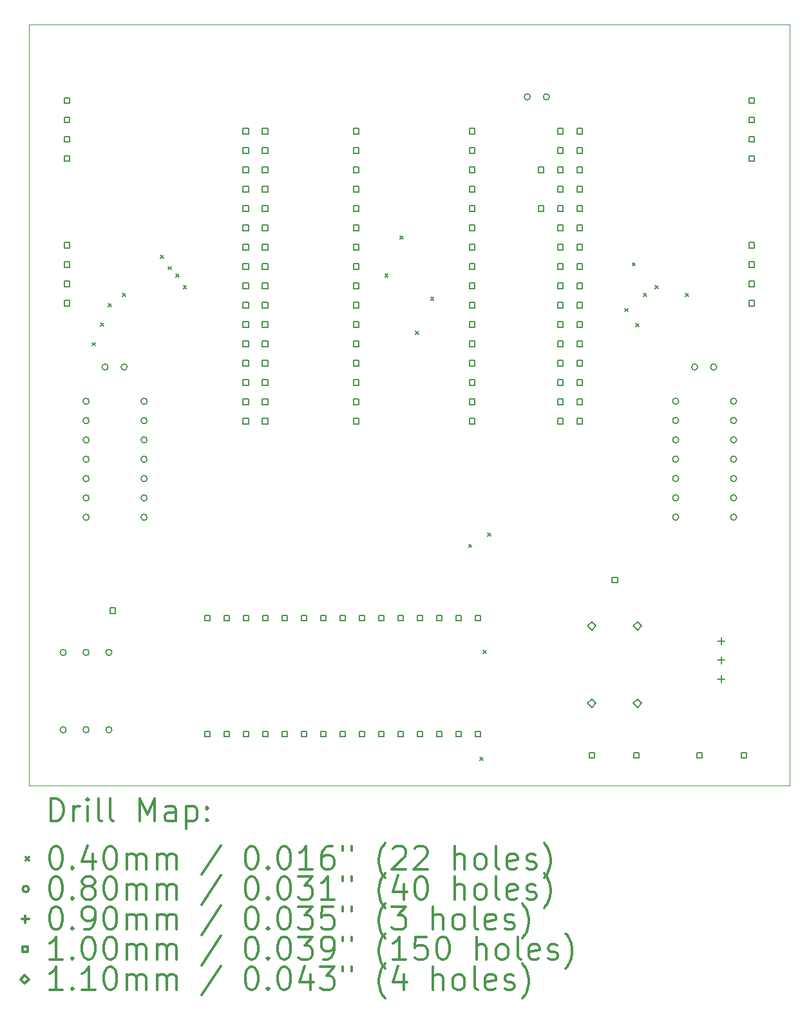
<source format=gbr>
%FSLAX45Y45*%
G04 Gerber Fmt 4.5, Leading zero omitted, Abs format (unit mm)*
G04 Created by KiCad (PCBNEW (5.1.9)-1) date 2022-11-18 16:49:31*
%MOMM*%
%LPD*%
G01*
G04 APERTURE LIST*
%TA.AperFunction,Profile*%
%ADD10C,0.050000*%
%TD*%
%ADD11C,0.200000*%
%ADD12C,0.300000*%
G04 APERTURE END LIST*
D10*
X15500000Y-3500000D02*
X5500000Y-3500000D01*
X15500000Y-13500000D02*
X15500000Y-3500000D01*
X5500000Y-13500000D02*
X15500000Y-13500000D01*
X5500000Y-3500000D02*
X5500000Y-13500000D01*
D11*
X6330000Y-7680000D02*
X6370000Y-7720000D01*
X6370000Y-7680000D02*
X6330000Y-7720000D01*
X6440000Y-7420000D02*
X6480000Y-7460000D01*
X6480000Y-7420000D02*
X6440000Y-7460000D01*
X6544000Y-7166000D02*
X6584000Y-7206000D01*
X6584000Y-7166000D02*
X6544000Y-7206000D01*
X6730000Y-7030000D02*
X6770000Y-7070000D01*
X6770000Y-7030000D02*
X6730000Y-7070000D01*
X7230000Y-6530000D02*
X7270000Y-6570000D01*
X7270000Y-6530000D02*
X7230000Y-6570000D01*
X7330000Y-6680000D02*
X7370000Y-6720000D01*
X7370000Y-6680000D02*
X7330000Y-6720000D01*
X7430000Y-6780000D02*
X7470000Y-6820000D01*
X7470000Y-6780000D02*
X7430000Y-6820000D01*
X7530000Y-6930000D02*
X7570000Y-6970000D01*
X7570000Y-6930000D02*
X7530000Y-6970000D01*
X10180000Y-6780000D02*
X10220000Y-6820000D01*
X10220000Y-6780000D02*
X10180000Y-6820000D01*
X10380000Y-6280000D02*
X10420000Y-6320000D01*
X10420000Y-6280000D02*
X10380000Y-6320000D01*
X10580000Y-7530000D02*
X10620000Y-7570000D01*
X10620000Y-7530000D02*
X10580000Y-7570000D01*
X10780000Y-7080000D02*
X10820000Y-7120000D01*
X10820000Y-7080000D02*
X10780000Y-7120000D01*
X11280000Y-10330000D02*
X11320000Y-10370000D01*
X11320000Y-10330000D02*
X11280000Y-10370000D01*
X11430000Y-13130000D02*
X11470000Y-13170000D01*
X11470000Y-13130000D02*
X11430000Y-13170000D01*
X11473353Y-11723353D02*
X11513353Y-11763353D01*
X11513353Y-11723353D02*
X11473353Y-11763353D01*
X11530000Y-10180000D02*
X11570000Y-10220000D01*
X11570000Y-10180000D02*
X11530000Y-10220000D01*
X13330000Y-7230000D02*
X13370000Y-7270000D01*
X13370000Y-7230000D02*
X13330000Y-7270000D01*
X13430000Y-6630000D02*
X13470000Y-6670000D01*
X13470000Y-6630000D02*
X13430000Y-6670000D01*
X13480000Y-7430000D02*
X13520000Y-7470000D01*
X13520000Y-7430000D02*
X13480000Y-7470000D01*
X13580000Y-7030000D02*
X13620000Y-7070000D01*
X13620000Y-7030000D02*
X13580000Y-7070000D01*
X13730000Y-6930000D02*
X13770000Y-6970000D01*
X13770000Y-6930000D02*
X13730000Y-6970000D01*
X14130000Y-7030000D02*
X14170000Y-7070000D01*
X14170000Y-7030000D02*
X14130000Y-7070000D01*
X5990000Y-11750000D02*
G75*
G03*
X5990000Y-11750000I-40000J0D01*
G01*
X5990000Y-12766000D02*
G75*
G03*
X5990000Y-12766000I-40000J0D01*
G01*
X6290000Y-8450000D02*
G75*
G03*
X6290000Y-8450000I-40000J0D01*
G01*
X6290000Y-8704000D02*
G75*
G03*
X6290000Y-8704000I-40000J0D01*
G01*
X6290000Y-8958000D02*
G75*
G03*
X6290000Y-8958000I-40000J0D01*
G01*
X6290000Y-9212000D02*
G75*
G03*
X6290000Y-9212000I-40000J0D01*
G01*
X6290000Y-9466000D02*
G75*
G03*
X6290000Y-9466000I-40000J0D01*
G01*
X6290000Y-9720000D02*
G75*
G03*
X6290000Y-9720000I-40000J0D01*
G01*
X6290000Y-9974000D02*
G75*
G03*
X6290000Y-9974000I-40000J0D01*
G01*
X6290000Y-11750000D02*
G75*
G03*
X6290000Y-11750000I-40000J0D01*
G01*
X6290000Y-12766000D02*
G75*
G03*
X6290000Y-12766000I-40000J0D01*
G01*
X6540000Y-8000000D02*
G75*
G03*
X6540000Y-8000000I-40000J0D01*
G01*
X6590000Y-11750000D02*
G75*
G03*
X6590000Y-11750000I-40000J0D01*
G01*
X6590000Y-12766000D02*
G75*
G03*
X6590000Y-12766000I-40000J0D01*
G01*
X6790000Y-8000000D02*
G75*
G03*
X6790000Y-8000000I-40000J0D01*
G01*
X7052000Y-8450000D02*
G75*
G03*
X7052000Y-8450000I-40000J0D01*
G01*
X7052000Y-8704000D02*
G75*
G03*
X7052000Y-8704000I-40000J0D01*
G01*
X7052000Y-8958000D02*
G75*
G03*
X7052000Y-8958000I-40000J0D01*
G01*
X7052000Y-9212000D02*
G75*
G03*
X7052000Y-9212000I-40000J0D01*
G01*
X7052000Y-9466000D02*
G75*
G03*
X7052000Y-9466000I-40000J0D01*
G01*
X7052000Y-9720000D02*
G75*
G03*
X7052000Y-9720000I-40000J0D01*
G01*
X7052000Y-9974000D02*
G75*
G03*
X7052000Y-9974000I-40000J0D01*
G01*
X12090000Y-4450000D02*
G75*
G03*
X12090000Y-4450000I-40000J0D01*
G01*
X12340000Y-4450000D02*
G75*
G03*
X12340000Y-4450000I-40000J0D01*
G01*
X14040000Y-8450000D02*
G75*
G03*
X14040000Y-8450000I-40000J0D01*
G01*
X14040000Y-8704000D02*
G75*
G03*
X14040000Y-8704000I-40000J0D01*
G01*
X14040000Y-8958000D02*
G75*
G03*
X14040000Y-8958000I-40000J0D01*
G01*
X14040000Y-9212000D02*
G75*
G03*
X14040000Y-9212000I-40000J0D01*
G01*
X14040000Y-9466000D02*
G75*
G03*
X14040000Y-9466000I-40000J0D01*
G01*
X14040000Y-9720000D02*
G75*
G03*
X14040000Y-9720000I-40000J0D01*
G01*
X14040000Y-9974000D02*
G75*
G03*
X14040000Y-9974000I-40000J0D01*
G01*
X14290000Y-8000000D02*
G75*
G03*
X14290000Y-8000000I-40000J0D01*
G01*
X14540000Y-8000000D02*
G75*
G03*
X14540000Y-8000000I-40000J0D01*
G01*
X14802000Y-8450000D02*
G75*
G03*
X14802000Y-8450000I-40000J0D01*
G01*
X14802000Y-8704000D02*
G75*
G03*
X14802000Y-8704000I-40000J0D01*
G01*
X14802000Y-8958000D02*
G75*
G03*
X14802000Y-8958000I-40000J0D01*
G01*
X14802000Y-9212000D02*
G75*
G03*
X14802000Y-9212000I-40000J0D01*
G01*
X14802000Y-9466000D02*
G75*
G03*
X14802000Y-9466000I-40000J0D01*
G01*
X14802000Y-9720000D02*
G75*
G03*
X14802000Y-9720000I-40000J0D01*
G01*
X14802000Y-9974000D02*
G75*
G03*
X14802000Y-9974000I-40000J0D01*
G01*
X14600000Y-11555000D02*
X14600000Y-11645000D01*
X14555000Y-11600000D02*
X14645000Y-11600000D01*
X14600000Y-11805000D02*
X14600000Y-11895000D01*
X14555000Y-11850000D02*
X14645000Y-11850000D01*
X14600000Y-12055000D02*
X14600000Y-12145000D01*
X14555000Y-12100000D02*
X14645000Y-12100000D01*
X6035356Y-4535356D02*
X6035356Y-4464644D01*
X5964644Y-4464644D01*
X5964644Y-4535356D01*
X6035356Y-4535356D01*
X6035356Y-4789356D02*
X6035356Y-4718644D01*
X5964644Y-4718644D01*
X5964644Y-4789356D01*
X6035356Y-4789356D01*
X6035356Y-5043356D02*
X6035356Y-4972644D01*
X5964644Y-4972644D01*
X5964644Y-5043356D01*
X6035356Y-5043356D01*
X6035356Y-5297356D02*
X6035356Y-5226644D01*
X5964644Y-5226644D01*
X5964644Y-5297356D01*
X6035356Y-5297356D01*
X6035356Y-6435356D02*
X6035356Y-6364644D01*
X5964644Y-6364644D01*
X5964644Y-6435356D01*
X6035356Y-6435356D01*
X6035356Y-6689356D02*
X6035356Y-6618644D01*
X5964644Y-6618644D01*
X5964644Y-6689356D01*
X6035356Y-6689356D01*
X6035356Y-6943356D02*
X6035356Y-6872644D01*
X5964644Y-6872644D01*
X5964644Y-6943356D01*
X6035356Y-6943356D01*
X6035356Y-7197356D02*
X6035356Y-7126644D01*
X5964644Y-7126644D01*
X5964644Y-7197356D01*
X6035356Y-7197356D01*
X6635356Y-11235356D02*
X6635356Y-11164644D01*
X6564644Y-11164644D01*
X6564644Y-11235356D01*
X6635356Y-11235356D01*
X7879356Y-11335356D02*
X7879356Y-11264644D01*
X7808644Y-11264644D01*
X7808644Y-11335356D01*
X7879356Y-11335356D01*
X7879356Y-12859356D02*
X7879356Y-12788644D01*
X7808644Y-12788644D01*
X7808644Y-12859356D01*
X7879356Y-12859356D01*
X8133356Y-11335356D02*
X8133356Y-11264644D01*
X8062644Y-11264644D01*
X8062644Y-11335356D01*
X8133356Y-11335356D01*
X8133356Y-12859356D02*
X8133356Y-12788644D01*
X8062644Y-12788644D01*
X8062644Y-12859356D01*
X8133356Y-12859356D01*
X8385356Y-4935356D02*
X8385356Y-4864644D01*
X8314644Y-4864644D01*
X8314644Y-4935356D01*
X8385356Y-4935356D01*
X8385356Y-5189356D02*
X8385356Y-5118644D01*
X8314644Y-5118644D01*
X8314644Y-5189356D01*
X8385356Y-5189356D01*
X8385356Y-5443356D02*
X8385356Y-5372644D01*
X8314644Y-5372644D01*
X8314644Y-5443356D01*
X8385356Y-5443356D01*
X8385356Y-5697356D02*
X8385356Y-5626644D01*
X8314644Y-5626644D01*
X8314644Y-5697356D01*
X8385356Y-5697356D01*
X8385356Y-5951356D02*
X8385356Y-5880644D01*
X8314644Y-5880644D01*
X8314644Y-5951356D01*
X8385356Y-5951356D01*
X8385356Y-6205356D02*
X8385356Y-6134644D01*
X8314644Y-6134644D01*
X8314644Y-6205356D01*
X8385356Y-6205356D01*
X8385356Y-6459356D02*
X8385356Y-6388644D01*
X8314644Y-6388644D01*
X8314644Y-6459356D01*
X8385356Y-6459356D01*
X8385356Y-6713356D02*
X8385356Y-6642644D01*
X8314644Y-6642644D01*
X8314644Y-6713356D01*
X8385356Y-6713356D01*
X8385356Y-6967356D02*
X8385356Y-6896644D01*
X8314644Y-6896644D01*
X8314644Y-6967356D01*
X8385356Y-6967356D01*
X8385356Y-7221356D02*
X8385356Y-7150644D01*
X8314644Y-7150644D01*
X8314644Y-7221356D01*
X8385356Y-7221356D01*
X8385356Y-7475356D02*
X8385356Y-7404644D01*
X8314644Y-7404644D01*
X8314644Y-7475356D01*
X8385356Y-7475356D01*
X8385356Y-7729356D02*
X8385356Y-7658644D01*
X8314644Y-7658644D01*
X8314644Y-7729356D01*
X8385356Y-7729356D01*
X8385356Y-7983356D02*
X8385356Y-7912644D01*
X8314644Y-7912644D01*
X8314644Y-7983356D01*
X8385356Y-7983356D01*
X8385356Y-8237356D02*
X8385356Y-8166644D01*
X8314644Y-8166644D01*
X8314644Y-8237356D01*
X8385356Y-8237356D01*
X8385356Y-8491356D02*
X8385356Y-8420644D01*
X8314644Y-8420644D01*
X8314644Y-8491356D01*
X8385356Y-8491356D01*
X8385356Y-8745356D02*
X8385356Y-8674644D01*
X8314644Y-8674644D01*
X8314644Y-8745356D01*
X8385356Y-8745356D01*
X8387356Y-11335356D02*
X8387356Y-11264644D01*
X8316644Y-11264644D01*
X8316644Y-11335356D01*
X8387356Y-11335356D01*
X8387356Y-12859356D02*
X8387356Y-12788644D01*
X8316644Y-12788644D01*
X8316644Y-12859356D01*
X8387356Y-12859356D01*
X8639356Y-4935356D02*
X8639356Y-4864644D01*
X8568644Y-4864644D01*
X8568644Y-4935356D01*
X8639356Y-4935356D01*
X8639356Y-5189356D02*
X8639356Y-5118644D01*
X8568644Y-5118644D01*
X8568644Y-5189356D01*
X8639356Y-5189356D01*
X8639356Y-5443356D02*
X8639356Y-5372644D01*
X8568644Y-5372644D01*
X8568644Y-5443356D01*
X8639356Y-5443356D01*
X8639356Y-5697356D02*
X8639356Y-5626644D01*
X8568644Y-5626644D01*
X8568644Y-5697356D01*
X8639356Y-5697356D01*
X8639356Y-5951356D02*
X8639356Y-5880644D01*
X8568644Y-5880644D01*
X8568644Y-5951356D01*
X8639356Y-5951356D01*
X8639356Y-6205356D02*
X8639356Y-6134644D01*
X8568644Y-6134644D01*
X8568644Y-6205356D01*
X8639356Y-6205356D01*
X8639356Y-6459356D02*
X8639356Y-6388644D01*
X8568644Y-6388644D01*
X8568644Y-6459356D01*
X8639356Y-6459356D01*
X8639356Y-6713356D02*
X8639356Y-6642644D01*
X8568644Y-6642644D01*
X8568644Y-6713356D01*
X8639356Y-6713356D01*
X8639356Y-6967356D02*
X8639356Y-6896644D01*
X8568644Y-6896644D01*
X8568644Y-6967356D01*
X8639356Y-6967356D01*
X8639356Y-7221356D02*
X8639356Y-7150644D01*
X8568644Y-7150644D01*
X8568644Y-7221356D01*
X8639356Y-7221356D01*
X8639356Y-7475356D02*
X8639356Y-7404644D01*
X8568644Y-7404644D01*
X8568644Y-7475356D01*
X8639356Y-7475356D01*
X8639356Y-7729356D02*
X8639356Y-7658644D01*
X8568644Y-7658644D01*
X8568644Y-7729356D01*
X8639356Y-7729356D01*
X8639356Y-7983356D02*
X8639356Y-7912644D01*
X8568644Y-7912644D01*
X8568644Y-7983356D01*
X8639356Y-7983356D01*
X8639356Y-8237356D02*
X8639356Y-8166644D01*
X8568644Y-8166644D01*
X8568644Y-8237356D01*
X8639356Y-8237356D01*
X8639356Y-8491356D02*
X8639356Y-8420644D01*
X8568644Y-8420644D01*
X8568644Y-8491356D01*
X8639356Y-8491356D01*
X8639356Y-8745356D02*
X8639356Y-8674644D01*
X8568644Y-8674644D01*
X8568644Y-8745356D01*
X8639356Y-8745356D01*
X8641356Y-11335356D02*
X8641356Y-11264644D01*
X8570644Y-11264644D01*
X8570644Y-11335356D01*
X8641356Y-11335356D01*
X8641356Y-12859356D02*
X8641356Y-12788644D01*
X8570644Y-12788644D01*
X8570644Y-12859356D01*
X8641356Y-12859356D01*
X8895356Y-11335356D02*
X8895356Y-11264644D01*
X8824644Y-11264644D01*
X8824644Y-11335356D01*
X8895356Y-11335356D01*
X8895356Y-12859356D02*
X8895356Y-12788644D01*
X8824644Y-12788644D01*
X8824644Y-12859356D01*
X8895356Y-12859356D01*
X9149356Y-11335356D02*
X9149356Y-11264644D01*
X9078644Y-11264644D01*
X9078644Y-11335356D01*
X9149356Y-11335356D01*
X9149356Y-12859356D02*
X9149356Y-12788644D01*
X9078644Y-12788644D01*
X9078644Y-12859356D01*
X9149356Y-12859356D01*
X9403356Y-11335356D02*
X9403356Y-11264644D01*
X9332644Y-11264644D01*
X9332644Y-11335356D01*
X9403356Y-11335356D01*
X9403356Y-12859356D02*
X9403356Y-12788644D01*
X9332644Y-12788644D01*
X9332644Y-12859356D01*
X9403356Y-12859356D01*
X9657356Y-11335356D02*
X9657356Y-11264644D01*
X9586644Y-11264644D01*
X9586644Y-11335356D01*
X9657356Y-11335356D01*
X9657356Y-12859356D02*
X9657356Y-12788644D01*
X9586644Y-12788644D01*
X9586644Y-12859356D01*
X9657356Y-12859356D01*
X9835356Y-4935356D02*
X9835356Y-4864644D01*
X9764644Y-4864644D01*
X9764644Y-4935356D01*
X9835356Y-4935356D01*
X9835356Y-5189356D02*
X9835356Y-5118644D01*
X9764644Y-5118644D01*
X9764644Y-5189356D01*
X9835356Y-5189356D01*
X9835356Y-5443356D02*
X9835356Y-5372644D01*
X9764644Y-5372644D01*
X9764644Y-5443356D01*
X9835356Y-5443356D01*
X9835356Y-5697356D02*
X9835356Y-5626644D01*
X9764644Y-5626644D01*
X9764644Y-5697356D01*
X9835356Y-5697356D01*
X9835356Y-5951356D02*
X9835356Y-5880644D01*
X9764644Y-5880644D01*
X9764644Y-5951356D01*
X9835356Y-5951356D01*
X9835356Y-6205356D02*
X9835356Y-6134644D01*
X9764644Y-6134644D01*
X9764644Y-6205356D01*
X9835356Y-6205356D01*
X9835356Y-6459356D02*
X9835356Y-6388644D01*
X9764644Y-6388644D01*
X9764644Y-6459356D01*
X9835356Y-6459356D01*
X9835356Y-6713356D02*
X9835356Y-6642644D01*
X9764644Y-6642644D01*
X9764644Y-6713356D01*
X9835356Y-6713356D01*
X9835356Y-6967356D02*
X9835356Y-6896644D01*
X9764644Y-6896644D01*
X9764644Y-6967356D01*
X9835356Y-6967356D01*
X9835356Y-7221356D02*
X9835356Y-7150644D01*
X9764644Y-7150644D01*
X9764644Y-7221356D01*
X9835356Y-7221356D01*
X9835356Y-7475356D02*
X9835356Y-7404644D01*
X9764644Y-7404644D01*
X9764644Y-7475356D01*
X9835356Y-7475356D01*
X9835356Y-7729356D02*
X9835356Y-7658644D01*
X9764644Y-7658644D01*
X9764644Y-7729356D01*
X9835356Y-7729356D01*
X9835356Y-7983356D02*
X9835356Y-7912644D01*
X9764644Y-7912644D01*
X9764644Y-7983356D01*
X9835356Y-7983356D01*
X9835356Y-8237356D02*
X9835356Y-8166644D01*
X9764644Y-8166644D01*
X9764644Y-8237356D01*
X9835356Y-8237356D01*
X9835356Y-8491356D02*
X9835356Y-8420644D01*
X9764644Y-8420644D01*
X9764644Y-8491356D01*
X9835356Y-8491356D01*
X9835356Y-8745356D02*
X9835356Y-8674644D01*
X9764644Y-8674644D01*
X9764644Y-8745356D01*
X9835356Y-8745356D01*
X9911356Y-11335356D02*
X9911356Y-11264644D01*
X9840644Y-11264644D01*
X9840644Y-11335356D01*
X9911356Y-11335356D01*
X9911356Y-12859356D02*
X9911356Y-12788644D01*
X9840644Y-12788644D01*
X9840644Y-12859356D01*
X9911356Y-12859356D01*
X10165356Y-11335356D02*
X10165356Y-11264644D01*
X10094644Y-11264644D01*
X10094644Y-11335356D01*
X10165356Y-11335356D01*
X10165356Y-12859356D02*
X10165356Y-12788644D01*
X10094644Y-12788644D01*
X10094644Y-12859356D01*
X10165356Y-12859356D01*
X10419356Y-11335356D02*
X10419356Y-11264644D01*
X10348644Y-11264644D01*
X10348644Y-11335356D01*
X10419356Y-11335356D01*
X10419356Y-12859356D02*
X10419356Y-12788644D01*
X10348644Y-12788644D01*
X10348644Y-12859356D01*
X10419356Y-12859356D01*
X10673356Y-11335356D02*
X10673356Y-11264644D01*
X10602644Y-11264644D01*
X10602644Y-11335356D01*
X10673356Y-11335356D01*
X10673356Y-12859356D02*
X10673356Y-12788644D01*
X10602644Y-12788644D01*
X10602644Y-12859356D01*
X10673356Y-12859356D01*
X10927356Y-11335356D02*
X10927356Y-11264644D01*
X10856644Y-11264644D01*
X10856644Y-11335356D01*
X10927356Y-11335356D01*
X10927356Y-12859356D02*
X10927356Y-12788644D01*
X10856644Y-12788644D01*
X10856644Y-12859356D01*
X10927356Y-12859356D01*
X11181356Y-11335356D02*
X11181356Y-11264644D01*
X11110644Y-11264644D01*
X11110644Y-11335356D01*
X11181356Y-11335356D01*
X11181356Y-12859356D02*
X11181356Y-12788644D01*
X11110644Y-12788644D01*
X11110644Y-12859356D01*
X11181356Y-12859356D01*
X11359356Y-4935356D02*
X11359356Y-4864644D01*
X11288644Y-4864644D01*
X11288644Y-4935356D01*
X11359356Y-4935356D01*
X11359356Y-5189356D02*
X11359356Y-5118644D01*
X11288644Y-5118644D01*
X11288644Y-5189356D01*
X11359356Y-5189356D01*
X11359356Y-5443356D02*
X11359356Y-5372644D01*
X11288644Y-5372644D01*
X11288644Y-5443356D01*
X11359356Y-5443356D01*
X11359356Y-5697356D02*
X11359356Y-5626644D01*
X11288644Y-5626644D01*
X11288644Y-5697356D01*
X11359356Y-5697356D01*
X11359356Y-5951356D02*
X11359356Y-5880644D01*
X11288644Y-5880644D01*
X11288644Y-5951356D01*
X11359356Y-5951356D01*
X11359356Y-6205356D02*
X11359356Y-6134644D01*
X11288644Y-6134644D01*
X11288644Y-6205356D01*
X11359356Y-6205356D01*
X11359356Y-6459356D02*
X11359356Y-6388644D01*
X11288644Y-6388644D01*
X11288644Y-6459356D01*
X11359356Y-6459356D01*
X11359356Y-6713356D02*
X11359356Y-6642644D01*
X11288644Y-6642644D01*
X11288644Y-6713356D01*
X11359356Y-6713356D01*
X11359356Y-6967356D02*
X11359356Y-6896644D01*
X11288644Y-6896644D01*
X11288644Y-6967356D01*
X11359356Y-6967356D01*
X11359356Y-7221356D02*
X11359356Y-7150644D01*
X11288644Y-7150644D01*
X11288644Y-7221356D01*
X11359356Y-7221356D01*
X11359356Y-7475356D02*
X11359356Y-7404644D01*
X11288644Y-7404644D01*
X11288644Y-7475356D01*
X11359356Y-7475356D01*
X11359356Y-7729356D02*
X11359356Y-7658644D01*
X11288644Y-7658644D01*
X11288644Y-7729356D01*
X11359356Y-7729356D01*
X11359356Y-7983356D02*
X11359356Y-7912644D01*
X11288644Y-7912644D01*
X11288644Y-7983356D01*
X11359356Y-7983356D01*
X11359356Y-8237356D02*
X11359356Y-8166644D01*
X11288644Y-8166644D01*
X11288644Y-8237356D01*
X11359356Y-8237356D01*
X11359356Y-8491356D02*
X11359356Y-8420644D01*
X11288644Y-8420644D01*
X11288644Y-8491356D01*
X11359356Y-8491356D01*
X11359356Y-8745356D02*
X11359356Y-8674644D01*
X11288644Y-8674644D01*
X11288644Y-8745356D01*
X11359356Y-8745356D01*
X11435356Y-11335356D02*
X11435356Y-11264644D01*
X11364644Y-11264644D01*
X11364644Y-11335356D01*
X11435356Y-11335356D01*
X11435356Y-12859356D02*
X11435356Y-12788644D01*
X11364644Y-12788644D01*
X11364644Y-12859356D01*
X11435356Y-12859356D01*
X12265356Y-5443356D02*
X12265356Y-5372644D01*
X12194644Y-5372644D01*
X12194644Y-5443356D01*
X12265356Y-5443356D01*
X12265356Y-5951356D02*
X12265356Y-5880644D01*
X12194644Y-5880644D01*
X12194644Y-5951356D01*
X12265356Y-5951356D01*
X12520356Y-4935356D02*
X12520356Y-4864644D01*
X12449644Y-4864644D01*
X12449644Y-4935356D01*
X12520356Y-4935356D01*
X12520356Y-5189356D02*
X12520356Y-5118644D01*
X12449644Y-5118644D01*
X12449644Y-5189356D01*
X12520356Y-5189356D01*
X12520356Y-5443356D02*
X12520356Y-5372644D01*
X12449644Y-5372644D01*
X12449644Y-5443356D01*
X12520356Y-5443356D01*
X12520356Y-5697356D02*
X12520356Y-5626644D01*
X12449644Y-5626644D01*
X12449644Y-5697356D01*
X12520356Y-5697356D01*
X12520356Y-5951356D02*
X12520356Y-5880644D01*
X12449644Y-5880644D01*
X12449644Y-5951356D01*
X12520356Y-5951356D01*
X12520356Y-6205356D02*
X12520356Y-6134644D01*
X12449644Y-6134644D01*
X12449644Y-6205356D01*
X12520356Y-6205356D01*
X12520356Y-6459356D02*
X12520356Y-6388644D01*
X12449644Y-6388644D01*
X12449644Y-6459356D01*
X12520356Y-6459356D01*
X12520356Y-6713356D02*
X12520356Y-6642644D01*
X12449644Y-6642644D01*
X12449644Y-6713356D01*
X12520356Y-6713356D01*
X12520356Y-6967356D02*
X12520356Y-6896644D01*
X12449644Y-6896644D01*
X12449644Y-6967356D01*
X12520356Y-6967356D01*
X12520356Y-7221356D02*
X12520356Y-7150644D01*
X12449644Y-7150644D01*
X12449644Y-7221356D01*
X12520356Y-7221356D01*
X12520356Y-7475356D02*
X12520356Y-7404644D01*
X12449644Y-7404644D01*
X12449644Y-7475356D01*
X12520356Y-7475356D01*
X12520356Y-7729356D02*
X12520356Y-7658644D01*
X12449644Y-7658644D01*
X12449644Y-7729356D01*
X12520356Y-7729356D01*
X12520356Y-7983356D02*
X12520356Y-7912644D01*
X12449644Y-7912644D01*
X12449644Y-7983356D01*
X12520356Y-7983356D01*
X12520356Y-8237356D02*
X12520356Y-8166644D01*
X12449644Y-8166644D01*
X12449644Y-8237356D01*
X12520356Y-8237356D01*
X12520356Y-8491356D02*
X12520356Y-8420644D01*
X12449644Y-8420644D01*
X12449644Y-8491356D01*
X12520356Y-8491356D01*
X12520356Y-8745356D02*
X12520356Y-8674644D01*
X12449644Y-8674644D01*
X12449644Y-8745356D01*
X12520356Y-8745356D01*
X12774356Y-4935356D02*
X12774356Y-4864644D01*
X12703644Y-4864644D01*
X12703644Y-4935356D01*
X12774356Y-4935356D01*
X12774356Y-5189356D02*
X12774356Y-5118644D01*
X12703644Y-5118644D01*
X12703644Y-5189356D01*
X12774356Y-5189356D01*
X12774356Y-5443356D02*
X12774356Y-5372644D01*
X12703644Y-5372644D01*
X12703644Y-5443356D01*
X12774356Y-5443356D01*
X12774356Y-5697356D02*
X12774356Y-5626644D01*
X12703644Y-5626644D01*
X12703644Y-5697356D01*
X12774356Y-5697356D01*
X12774356Y-5951356D02*
X12774356Y-5880644D01*
X12703644Y-5880644D01*
X12703644Y-5951356D01*
X12774356Y-5951356D01*
X12774356Y-6205356D02*
X12774356Y-6134644D01*
X12703644Y-6134644D01*
X12703644Y-6205356D01*
X12774356Y-6205356D01*
X12774356Y-6459356D02*
X12774356Y-6388644D01*
X12703644Y-6388644D01*
X12703644Y-6459356D01*
X12774356Y-6459356D01*
X12774356Y-6713356D02*
X12774356Y-6642644D01*
X12703644Y-6642644D01*
X12703644Y-6713356D01*
X12774356Y-6713356D01*
X12774356Y-6967356D02*
X12774356Y-6896644D01*
X12703644Y-6896644D01*
X12703644Y-6967356D01*
X12774356Y-6967356D01*
X12774356Y-7221356D02*
X12774356Y-7150644D01*
X12703644Y-7150644D01*
X12703644Y-7221356D01*
X12774356Y-7221356D01*
X12774356Y-7475356D02*
X12774356Y-7404644D01*
X12703644Y-7404644D01*
X12703644Y-7475356D01*
X12774356Y-7475356D01*
X12774356Y-7729356D02*
X12774356Y-7658644D01*
X12703644Y-7658644D01*
X12703644Y-7729356D01*
X12774356Y-7729356D01*
X12774356Y-7983356D02*
X12774356Y-7912644D01*
X12703644Y-7912644D01*
X12703644Y-7983356D01*
X12774356Y-7983356D01*
X12774356Y-8237356D02*
X12774356Y-8166644D01*
X12703644Y-8166644D01*
X12703644Y-8237356D01*
X12774356Y-8237356D01*
X12774356Y-8491356D02*
X12774356Y-8420644D01*
X12703644Y-8420644D01*
X12703644Y-8491356D01*
X12774356Y-8491356D01*
X12774356Y-8745356D02*
X12774356Y-8674644D01*
X12703644Y-8674644D01*
X12703644Y-8745356D01*
X12774356Y-8745356D01*
X12935356Y-13135356D02*
X12935356Y-13064644D01*
X12864644Y-13064644D01*
X12864644Y-13135356D01*
X12935356Y-13135356D01*
X13235356Y-10835356D02*
X13235356Y-10764644D01*
X13164644Y-10764644D01*
X13164644Y-10835356D01*
X13235356Y-10835356D01*
X13520356Y-13135356D02*
X13520356Y-13064644D01*
X13449644Y-13064644D01*
X13449644Y-13135356D01*
X13520356Y-13135356D01*
X14350356Y-13135356D02*
X14350356Y-13064644D01*
X14279644Y-13064644D01*
X14279644Y-13135356D01*
X14350356Y-13135356D01*
X14935356Y-13135356D02*
X14935356Y-13064644D01*
X14864644Y-13064644D01*
X14864644Y-13135356D01*
X14935356Y-13135356D01*
X15035356Y-4535356D02*
X15035356Y-4464644D01*
X14964644Y-4464644D01*
X14964644Y-4535356D01*
X15035356Y-4535356D01*
X15035356Y-4789356D02*
X15035356Y-4718644D01*
X14964644Y-4718644D01*
X14964644Y-4789356D01*
X15035356Y-4789356D01*
X15035356Y-5043356D02*
X15035356Y-4972644D01*
X14964644Y-4972644D01*
X14964644Y-5043356D01*
X15035356Y-5043356D01*
X15035356Y-5297356D02*
X15035356Y-5226644D01*
X14964644Y-5226644D01*
X14964644Y-5297356D01*
X15035356Y-5297356D01*
X15035356Y-6435356D02*
X15035356Y-6364644D01*
X14964644Y-6364644D01*
X14964644Y-6435356D01*
X15035356Y-6435356D01*
X15035356Y-6689356D02*
X15035356Y-6618644D01*
X14964644Y-6618644D01*
X14964644Y-6689356D01*
X15035356Y-6689356D01*
X15035356Y-6943356D02*
X15035356Y-6872644D01*
X14964644Y-6872644D01*
X14964644Y-6943356D01*
X15035356Y-6943356D01*
X15035356Y-7197356D02*
X15035356Y-7126644D01*
X14964644Y-7126644D01*
X14964644Y-7197356D01*
X15035356Y-7197356D01*
X12900000Y-11455000D02*
X12955000Y-11400000D01*
X12900000Y-11345000D01*
X12845000Y-11400000D01*
X12900000Y-11455000D01*
X12900000Y-12471000D02*
X12955000Y-12416000D01*
X12900000Y-12361000D01*
X12845000Y-12416000D01*
X12900000Y-12471000D01*
X13500000Y-11455000D02*
X13555000Y-11400000D01*
X13500000Y-11345000D01*
X13445000Y-11400000D01*
X13500000Y-11455000D01*
X13500000Y-12471000D02*
X13555000Y-12416000D01*
X13500000Y-12361000D01*
X13445000Y-12416000D01*
X13500000Y-12471000D01*
D12*
X5783928Y-13968214D02*
X5783928Y-13668214D01*
X5855357Y-13668214D01*
X5898214Y-13682500D01*
X5926786Y-13711071D01*
X5941071Y-13739643D01*
X5955357Y-13796786D01*
X5955357Y-13839643D01*
X5941071Y-13896786D01*
X5926786Y-13925357D01*
X5898214Y-13953929D01*
X5855357Y-13968214D01*
X5783928Y-13968214D01*
X6083928Y-13968214D02*
X6083928Y-13768214D01*
X6083928Y-13825357D02*
X6098214Y-13796786D01*
X6112500Y-13782500D01*
X6141071Y-13768214D01*
X6169643Y-13768214D01*
X6269643Y-13968214D02*
X6269643Y-13768214D01*
X6269643Y-13668214D02*
X6255357Y-13682500D01*
X6269643Y-13696786D01*
X6283928Y-13682500D01*
X6269643Y-13668214D01*
X6269643Y-13696786D01*
X6455357Y-13968214D02*
X6426786Y-13953929D01*
X6412500Y-13925357D01*
X6412500Y-13668214D01*
X6612500Y-13968214D02*
X6583928Y-13953929D01*
X6569643Y-13925357D01*
X6569643Y-13668214D01*
X6955357Y-13968214D02*
X6955357Y-13668214D01*
X7055357Y-13882500D01*
X7155357Y-13668214D01*
X7155357Y-13968214D01*
X7426786Y-13968214D02*
X7426786Y-13811071D01*
X7412500Y-13782500D01*
X7383928Y-13768214D01*
X7326786Y-13768214D01*
X7298214Y-13782500D01*
X7426786Y-13953929D02*
X7398214Y-13968214D01*
X7326786Y-13968214D01*
X7298214Y-13953929D01*
X7283928Y-13925357D01*
X7283928Y-13896786D01*
X7298214Y-13868214D01*
X7326786Y-13853929D01*
X7398214Y-13853929D01*
X7426786Y-13839643D01*
X7569643Y-13768214D02*
X7569643Y-14068214D01*
X7569643Y-13782500D02*
X7598214Y-13768214D01*
X7655357Y-13768214D01*
X7683928Y-13782500D01*
X7698214Y-13796786D01*
X7712500Y-13825357D01*
X7712500Y-13911071D01*
X7698214Y-13939643D01*
X7683928Y-13953929D01*
X7655357Y-13968214D01*
X7598214Y-13968214D01*
X7569643Y-13953929D01*
X7841071Y-13939643D02*
X7855357Y-13953929D01*
X7841071Y-13968214D01*
X7826786Y-13953929D01*
X7841071Y-13939643D01*
X7841071Y-13968214D01*
X7841071Y-13782500D02*
X7855357Y-13796786D01*
X7841071Y-13811071D01*
X7826786Y-13796786D01*
X7841071Y-13782500D01*
X7841071Y-13811071D01*
X5457500Y-14442500D02*
X5497500Y-14482500D01*
X5497500Y-14442500D02*
X5457500Y-14482500D01*
X5841071Y-14298214D02*
X5869643Y-14298214D01*
X5898214Y-14312500D01*
X5912500Y-14326786D01*
X5926786Y-14355357D01*
X5941071Y-14412500D01*
X5941071Y-14483929D01*
X5926786Y-14541071D01*
X5912500Y-14569643D01*
X5898214Y-14583929D01*
X5869643Y-14598214D01*
X5841071Y-14598214D01*
X5812500Y-14583929D01*
X5798214Y-14569643D01*
X5783928Y-14541071D01*
X5769643Y-14483929D01*
X5769643Y-14412500D01*
X5783928Y-14355357D01*
X5798214Y-14326786D01*
X5812500Y-14312500D01*
X5841071Y-14298214D01*
X6069643Y-14569643D02*
X6083928Y-14583929D01*
X6069643Y-14598214D01*
X6055357Y-14583929D01*
X6069643Y-14569643D01*
X6069643Y-14598214D01*
X6341071Y-14398214D02*
X6341071Y-14598214D01*
X6269643Y-14283929D02*
X6198214Y-14498214D01*
X6383928Y-14498214D01*
X6555357Y-14298214D02*
X6583928Y-14298214D01*
X6612500Y-14312500D01*
X6626786Y-14326786D01*
X6641071Y-14355357D01*
X6655357Y-14412500D01*
X6655357Y-14483929D01*
X6641071Y-14541071D01*
X6626786Y-14569643D01*
X6612500Y-14583929D01*
X6583928Y-14598214D01*
X6555357Y-14598214D01*
X6526786Y-14583929D01*
X6512500Y-14569643D01*
X6498214Y-14541071D01*
X6483928Y-14483929D01*
X6483928Y-14412500D01*
X6498214Y-14355357D01*
X6512500Y-14326786D01*
X6526786Y-14312500D01*
X6555357Y-14298214D01*
X6783928Y-14598214D02*
X6783928Y-14398214D01*
X6783928Y-14426786D02*
X6798214Y-14412500D01*
X6826786Y-14398214D01*
X6869643Y-14398214D01*
X6898214Y-14412500D01*
X6912500Y-14441071D01*
X6912500Y-14598214D01*
X6912500Y-14441071D02*
X6926786Y-14412500D01*
X6955357Y-14398214D01*
X6998214Y-14398214D01*
X7026786Y-14412500D01*
X7041071Y-14441071D01*
X7041071Y-14598214D01*
X7183928Y-14598214D02*
X7183928Y-14398214D01*
X7183928Y-14426786D02*
X7198214Y-14412500D01*
X7226786Y-14398214D01*
X7269643Y-14398214D01*
X7298214Y-14412500D01*
X7312500Y-14441071D01*
X7312500Y-14598214D01*
X7312500Y-14441071D02*
X7326786Y-14412500D01*
X7355357Y-14398214D01*
X7398214Y-14398214D01*
X7426786Y-14412500D01*
X7441071Y-14441071D01*
X7441071Y-14598214D01*
X8026786Y-14283929D02*
X7769643Y-14669643D01*
X8412500Y-14298214D02*
X8441071Y-14298214D01*
X8469643Y-14312500D01*
X8483928Y-14326786D01*
X8498214Y-14355357D01*
X8512500Y-14412500D01*
X8512500Y-14483929D01*
X8498214Y-14541071D01*
X8483928Y-14569643D01*
X8469643Y-14583929D01*
X8441071Y-14598214D01*
X8412500Y-14598214D01*
X8383928Y-14583929D01*
X8369643Y-14569643D01*
X8355357Y-14541071D01*
X8341071Y-14483929D01*
X8341071Y-14412500D01*
X8355357Y-14355357D01*
X8369643Y-14326786D01*
X8383928Y-14312500D01*
X8412500Y-14298214D01*
X8641071Y-14569643D02*
X8655357Y-14583929D01*
X8641071Y-14598214D01*
X8626786Y-14583929D01*
X8641071Y-14569643D01*
X8641071Y-14598214D01*
X8841071Y-14298214D02*
X8869643Y-14298214D01*
X8898214Y-14312500D01*
X8912500Y-14326786D01*
X8926786Y-14355357D01*
X8941071Y-14412500D01*
X8941071Y-14483929D01*
X8926786Y-14541071D01*
X8912500Y-14569643D01*
X8898214Y-14583929D01*
X8869643Y-14598214D01*
X8841071Y-14598214D01*
X8812500Y-14583929D01*
X8798214Y-14569643D01*
X8783928Y-14541071D01*
X8769643Y-14483929D01*
X8769643Y-14412500D01*
X8783928Y-14355357D01*
X8798214Y-14326786D01*
X8812500Y-14312500D01*
X8841071Y-14298214D01*
X9226786Y-14598214D02*
X9055357Y-14598214D01*
X9141071Y-14598214D02*
X9141071Y-14298214D01*
X9112500Y-14341071D01*
X9083928Y-14369643D01*
X9055357Y-14383929D01*
X9483928Y-14298214D02*
X9426786Y-14298214D01*
X9398214Y-14312500D01*
X9383928Y-14326786D01*
X9355357Y-14369643D01*
X9341071Y-14426786D01*
X9341071Y-14541071D01*
X9355357Y-14569643D01*
X9369643Y-14583929D01*
X9398214Y-14598214D01*
X9455357Y-14598214D01*
X9483928Y-14583929D01*
X9498214Y-14569643D01*
X9512500Y-14541071D01*
X9512500Y-14469643D01*
X9498214Y-14441071D01*
X9483928Y-14426786D01*
X9455357Y-14412500D01*
X9398214Y-14412500D01*
X9369643Y-14426786D01*
X9355357Y-14441071D01*
X9341071Y-14469643D01*
X9626786Y-14298214D02*
X9626786Y-14355357D01*
X9741071Y-14298214D02*
X9741071Y-14355357D01*
X10183928Y-14712500D02*
X10169643Y-14698214D01*
X10141071Y-14655357D01*
X10126786Y-14626786D01*
X10112500Y-14583929D01*
X10098214Y-14512500D01*
X10098214Y-14455357D01*
X10112500Y-14383929D01*
X10126786Y-14341071D01*
X10141071Y-14312500D01*
X10169643Y-14269643D01*
X10183928Y-14255357D01*
X10283928Y-14326786D02*
X10298214Y-14312500D01*
X10326786Y-14298214D01*
X10398214Y-14298214D01*
X10426786Y-14312500D01*
X10441071Y-14326786D01*
X10455357Y-14355357D01*
X10455357Y-14383929D01*
X10441071Y-14426786D01*
X10269643Y-14598214D01*
X10455357Y-14598214D01*
X10569643Y-14326786D02*
X10583928Y-14312500D01*
X10612500Y-14298214D01*
X10683928Y-14298214D01*
X10712500Y-14312500D01*
X10726786Y-14326786D01*
X10741071Y-14355357D01*
X10741071Y-14383929D01*
X10726786Y-14426786D01*
X10555357Y-14598214D01*
X10741071Y-14598214D01*
X11098214Y-14598214D02*
X11098214Y-14298214D01*
X11226786Y-14598214D02*
X11226786Y-14441071D01*
X11212500Y-14412500D01*
X11183928Y-14398214D01*
X11141071Y-14398214D01*
X11112500Y-14412500D01*
X11098214Y-14426786D01*
X11412500Y-14598214D02*
X11383928Y-14583929D01*
X11369643Y-14569643D01*
X11355357Y-14541071D01*
X11355357Y-14455357D01*
X11369643Y-14426786D01*
X11383928Y-14412500D01*
X11412500Y-14398214D01*
X11455357Y-14398214D01*
X11483928Y-14412500D01*
X11498214Y-14426786D01*
X11512500Y-14455357D01*
X11512500Y-14541071D01*
X11498214Y-14569643D01*
X11483928Y-14583929D01*
X11455357Y-14598214D01*
X11412500Y-14598214D01*
X11683928Y-14598214D02*
X11655357Y-14583929D01*
X11641071Y-14555357D01*
X11641071Y-14298214D01*
X11912500Y-14583929D02*
X11883928Y-14598214D01*
X11826786Y-14598214D01*
X11798214Y-14583929D01*
X11783928Y-14555357D01*
X11783928Y-14441071D01*
X11798214Y-14412500D01*
X11826786Y-14398214D01*
X11883928Y-14398214D01*
X11912500Y-14412500D01*
X11926786Y-14441071D01*
X11926786Y-14469643D01*
X11783928Y-14498214D01*
X12041071Y-14583929D02*
X12069643Y-14598214D01*
X12126786Y-14598214D01*
X12155357Y-14583929D01*
X12169643Y-14555357D01*
X12169643Y-14541071D01*
X12155357Y-14512500D01*
X12126786Y-14498214D01*
X12083928Y-14498214D01*
X12055357Y-14483929D01*
X12041071Y-14455357D01*
X12041071Y-14441071D01*
X12055357Y-14412500D01*
X12083928Y-14398214D01*
X12126786Y-14398214D01*
X12155357Y-14412500D01*
X12269643Y-14712500D02*
X12283928Y-14698214D01*
X12312500Y-14655357D01*
X12326786Y-14626786D01*
X12341071Y-14583929D01*
X12355357Y-14512500D01*
X12355357Y-14455357D01*
X12341071Y-14383929D01*
X12326786Y-14341071D01*
X12312500Y-14312500D01*
X12283928Y-14269643D01*
X12269643Y-14255357D01*
X5497500Y-14858500D02*
G75*
G03*
X5497500Y-14858500I-40000J0D01*
G01*
X5841071Y-14694214D02*
X5869643Y-14694214D01*
X5898214Y-14708500D01*
X5912500Y-14722786D01*
X5926786Y-14751357D01*
X5941071Y-14808500D01*
X5941071Y-14879929D01*
X5926786Y-14937071D01*
X5912500Y-14965643D01*
X5898214Y-14979929D01*
X5869643Y-14994214D01*
X5841071Y-14994214D01*
X5812500Y-14979929D01*
X5798214Y-14965643D01*
X5783928Y-14937071D01*
X5769643Y-14879929D01*
X5769643Y-14808500D01*
X5783928Y-14751357D01*
X5798214Y-14722786D01*
X5812500Y-14708500D01*
X5841071Y-14694214D01*
X6069643Y-14965643D02*
X6083928Y-14979929D01*
X6069643Y-14994214D01*
X6055357Y-14979929D01*
X6069643Y-14965643D01*
X6069643Y-14994214D01*
X6255357Y-14822786D02*
X6226786Y-14808500D01*
X6212500Y-14794214D01*
X6198214Y-14765643D01*
X6198214Y-14751357D01*
X6212500Y-14722786D01*
X6226786Y-14708500D01*
X6255357Y-14694214D01*
X6312500Y-14694214D01*
X6341071Y-14708500D01*
X6355357Y-14722786D01*
X6369643Y-14751357D01*
X6369643Y-14765643D01*
X6355357Y-14794214D01*
X6341071Y-14808500D01*
X6312500Y-14822786D01*
X6255357Y-14822786D01*
X6226786Y-14837071D01*
X6212500Y-14851357D01*
X6198214Y-14879929D01*
X6198214Y-14937071D01*
X6212500Y-14965643D01*
X6226786Y-14979929D01*
X6255357Y-14994214D01*
X6312500Y-14994214D01*
X6341071Y-14979929D01*
X6355357Y-14965643D01*
X6369643Y-14937071D01*
X6369643Y-14879929D01*
X6355357Y-14851357D01*
X6341071Y-14837071D01*
X6312500Y-14822786D01*
X6555357Y-14694214D02*
X6583928Y-14694214D01*
X6612500Y-14708500D01*
X6626786Y-14722786D01*
X6641071Y-14751357D01*
X6655357Y-14808500D01*
X6655357Y-14879929D01*
X6641071Y-14937071D01*
X6626786Y-14965643D01*
X6612500Y-14979929D01*
X6583928Y-14994214D01*
X6555357Y-14994214D01*
X6526786Y-14979929D01*
X6512500Y-14965643D01*
X6498214Y-14937071D01*
X6483928Y-14879929D01*
X6483928Y-14808500D01*
X6498214Y-14751357D01*
X6512500Y-14722786D01*
X6526786Y-14708500D01*
X6555357Y-14694214D01*
X6783928Y-14994214D02*
X6783928Y-14794214D01*
X6783928Y-14822786D02*
X6798214Y-14808500D01*
X6826786Y-14794214D01*
X6869643Y-14794214D01*
X6898214Y-14808500D01*
X6912500Y-14837071D01*
X6912500Y-14994214D01*
X6912500Y-14837071D02*
X6926786Y-14808500D01*
X6955357Y-14794214D01*
X6998214Y-14794214D01*
X7026786Y-14808500D01*
X7041071Y-14837071D01*
X7041071Y-14994214D01*
X7183928Y-14994214D02*
X7183928Y-14794214D01*
X7183928Y-14822786D02*
X7198214Y-14808500D01*
X7226786Y-14794214D01*
X7269643Y-14794214D01*
X7298214Y-14808500D01*
X7312500Y-14837071D01*
X7312500Y-14994214D01*
X7312500Y-14837071D02*
X7326786Y-14808500D01*
X7355357Y-14794214D01*
X7398214Y-14794214D01*
X7426786Y-14808500D01*
X7441071Y-14837071D01*
X7441071Y-14994214D01*
X8026786Y-14679929D02*
X7769643Y-15065643D01*
X8412500Y-14694214D02*
X8441071Y-14694214D01*
X8469643Y-14708500D01*
X8483928Y-14722786D01*
X8498214Y-14751357D01*
X8512500Y-14808500D01*
X8512500Y-14879929D01*
X8498214Y-14937071D01*
X8483928Y-14965643D01*
X8469643Y-14979929D01*
X8441071Y-14994214D01*
X8412500Y-14994214D01*
X8383928Y-14979929D01*
X8369643Y-14965643D01*
X8355357Y-14937071D01*
X8341071Y-14879929D01*
X8341071Y-14808500D01*
X8355357Y-14751357D01*
X8369643Y-14722786D01*
X8383928Y-14708500D01*
X8412500Y-14694214D01*
X8641071Y-14965643D02*
X8655357Y-14979929D01*
X8641071Y-14994214D01*
X8626786Y-14979929D01*
X8641071Y-14965643D01*
X8641071Y-14994214D01*
X8841071Y-14694214D02*
X8869643Y-14694214D01*
X8898214Y-14708500D01*
X8912500Y-14722786D01*
X8926786Y-14751357D01*
X8941071Y-14808500D01*
X8941071Y-14879929D01*
X8926786Y-14937071D01*
X8912500Y-14965643D01*
X8898214Y-14979929D01*
X8869643Y-14994214D01*
X8841071Y-14994214D01*
X8812500Y-14979929D01*
X8798214Y-14965643D01*
X8783928Y-14937071D01*
X8769643Y-14879929D01*
X8769643Y-14808500D01*
X8783928Y-14751357D01*
X8798214Y-14722786D01*
X8812500Y-14708500D01*
X8841071Y-14694214D01*
X9041071Y-14694214D02*
X9226786Y-14694214D01*
X9126786Y-14808500D01*
X9169643Y-14808500D01*
X9198214Y-14822786D01*
X9212500Y-14837071D01*
X9226786Y-14865643D01*
X9226786Y-14937071D01*
X9212500Y-14965643D01*
X9198214Y-14979929D01*
X9169643Y-14994214D01*
X9083928Y-14994214D01*
X9055357Y-14979929D01*
X9041071Y-14965643D01*
X9512500Y-14994214D02*
X9341071Y-14994214D01*
X9426786Y-14994214D02*
X9426786Y-14694214D01*
X9398214Y-14737071D01*
X9369643Y-14765643D01*
X9341071Y-14779929D01*
X9626786Y-14694214D02*
X9626786Y-14751357D01*
X9741071Y-14694214D02*
X9741071Y-14751357D01*
X10183928Y-15108500D02*
X10169643Y-15094214D01*
X10141071Y-15051357D01*
X10126786Y-15022786D01*
X10112500Y-14979929D01*
X10098214Y-14908500D01*
X10098214Y-14851357D01*
X10112500Y-14779929D01*
X10126786Y-14737071D01*
X10141071Y-14708500D01*
X10169643Y-14665643D01*
X10183928Y-14651357D01*
X10426786Y-14794214D02*
X10426786Y-14994214D01*
X10355357Y-14679929D02*
X10283928Y-14894214D01*
X10469643Y-14894214D01*
X10641071Y-14694214D02*
X10669643Y-14694214D01*
X10698214Y-14708500D01*
X10712500Y-14722786D01*
X10726786Y-14751357D01*
X10741071Y-14808500D01*
X10741071Y-14879929D01*
X10726786Y-14937071D01*
X10712500Y-14965643D01*
X10698214Y-14979929D01*
X10669643Y-14994214D01*
X10641071Y-14994214D01*
X10612500Y-14979929D01*
X10598214Y-14965643D01*
X10583928Y-14937071D01*
X10569643Y-14879929D01*
X10569643Y-14808500D01*
X10583928Y-14751357D01*
X10598214Y-14722786D01*
X10612500Y-14708500D01*
X10641071Y-14694214D01*
X11098214Y-14994214D02*
X11098214Y-14694214D01*
X11226786Y-14994214D02*
X11226786Y-14837071D01*
X11212500Y-14808500D01*
X11183928Y-14794214D01*
X11141071Y-14794214D01*
X11112500Y-14808500D01*
X11098214Y-14822786D01*
X11412500Y-14994214D02*
X11383928Y-14979929D01*
X11369643Y-14965643D01*
X11355357Y-14937071D01*
X11355357Y-14851357D01*
X11369643Y-14822786D01*
X11383928Y-14808500D01*
X11412500Y-14794214D01*
X11455357Y-14794214D01*
X11483928Y-14808500D01*
X11498214Y-14822786D01*
X11512500Y-14851357D01*
X11512500Y-14937071D01*
X11498214Y-14965643D01*
X11483928Y-14979929D01*
X11455357Y-14994214D01*
X11412500Y-14994214D01*
X11683928Y-14994214D02*
X11655357Y-14979929D01*
X11641071Y-14951357D01*
X11641071Y-14694214D01*
X11912500Y-14979929D02*
X11883928Y-14994214D01*
X11826786Y-14994214D01*
X11798214Y-14979929D01*
X11783928Y-14951357D01*
X11783928Y-14837071D01*
X11798214Y-14808500D01*
X11826786Y-14794214D01*
X11883928Y-14794214D01*
X11912500Y-14808500D01*
X11926786Y-14837071D01*
X11926786Y-14865643D01*
X11783928Y-14894214D01*
X12041071Y-14979929D02*
X12069643Y-14994214D01*
X12126786Y-14994214D01*
X12155357Y-14979929D01*
X12169643Y-14951357D01*
X12169643Y-14937071D01*
X12155357Y-14908500D01*
X12126786Y-14894214D01*
X12083928Y-14894214D01*
X12055357Y-14879929D01*
X12041071Y-14851357D01*
X12041071Y-14837071D01*
X12055357Y-14808500D01*
X12083928Y-14794214D01*
X12126786Y-14794214D01*
X12155357Y-14808500D01*
X12269643Y-15108500D02*
X12283928Y-15094214D01*
X12312500Y-15051357D01*
X12326786Y-15022786D01*
X12341071Y-14979929D01*
X12355357Y-14908500D01*
X12355357Y-14851357D01*
X12341071Y-14779929D01*
X12326786Y-14737071D01*
X12312500Y-14708500D01*
X12283928Y-14665643D01*
X12269643Y-14651357D01*
X5452500Y-15209500D02*
X5452500Y-15299500D01*
X5407500Y-15254500D02*
X5497500Y-15254500D01*
X5841071Y-15090214D02*
X5869643Y-15090214D01*
X5898214Y-15104500D01*
X5912500Y-15118786D01*
X5926786Y-15147357D01*
X5941071Y-15204500D01*
X5941071Y-15275929D01*
X5926786Y-15333071D01*
X5912500Y-15361643D01*
X5898214Y-15375929D01*
X5869643Y-15390214D01*
X5841071Y-15390214D01*
X5812500Y-15375929D01*
X5798214Y-15361643D01*
X5783928Y-15333071D01*
X5769643Y-15275929D01*
X5769643Y-15204500D01*
X5783928Y-15147357D01*
X5798214Y-15118786D01*
X5812500Y-15104500D01*
X5841071Y-15090214D01*
X6069643Y-15361643D02*
X6083928Y-15375929D01*
X6069643Y-15390214D01*
X6055357Y-15375929D01*
X6069643Y-15361643D01*
X6069643Y-15390214D01*
X6226786Y-15390214D02*
X6283928Y-15390214D01*
X6312500Y-15375929D01*
X6326786Y-15361643D01*
X6355357Y-15318786D01*
X6369643Y-15261643D01*
X6369643Y-15147357D01*
X6355357Y-15118786D01*
X6341071Y-15104500D01*
X6312500Y-15090214D01*
X6255357Y-15090214D01*
X6226786Y-15104500D01*
X6212500Y-15118786D01*
X6198214Y-15147357D01*
X6198214Y-15218786D01*
X6212500Y-15247357D01*
X6226786Y-15261643D01*
X6255357Y-15275929D01*
X6312500Y-15275929D01*
X6341071Y-15261643D01*
X6355357Y-15247357D01*
X6369643Y-15218786D01*
X6555357Y-15090214D02*
X6583928Y-15090214D01*
X6612500Y-15104500D01*
X6626786Y-15118786D01*
X6641071Y-15147357D01*
X6655357Y-15204500D01*
X6655357Y-15275929D01*
X6641071Y-15333071D01*
X6626786Y-15361643D01*
X6612500Y-15375929D01*
X6583928Y-15390214D01*
X6555357Y-15390214D01*
X6526786Y-15375929D01*
X6512500Y-15361643D01*
X6498214Y-15333071D01*
X6483928Y-15275929D01*
X6483928Y-15204500D01*
X6498214Y-15147357D01*
X6512500Y-15118786D01*
X6526786Y-15104500D01*
X6555357Y-15090214D01*
X6783928Y-15390214D02*
X6783928Y-15190214D01*
X6783928Y-15218786D02*
X6798214Y-15204500D01*
X6826786Y-15190214D01*
X6869643Y-15190214D01*
X6898214Y-15204500D01*
X6912500Y-15233071D01*
X6912500Y-15390214D01*
X6912500Y-15233071D02*
X6926786Y-15204500D01*
X6955357Y-15190214D01*
X6998214Y-15190214D01*
X7026786Y-15204500D01*
X7041071Y-15233071D01*
X7041071Y-15390214D01*
X7183928Y-15390214D02*
X7183928Y-15190214D01*
X7183928Y-15218786D02*
X7198214Y-15204500D01*
X7226786Y-15190214D01*
X7269643Y-15190214D01*
X7298214Y-15204500D01*
X7312500Y-15233071D01*
X7312500Y-15390214D01*
X7312500Y-15233071D02*
X7326786Y-15204500D01*
X7355357Y-15190214D01*
X7398214Y-15190214D01*
X7426786Y-15204500D01*
X7441071Y-15233071D01*
X7441071Y-15390214D01*
X8026786Y-15075929D02*
X7769643Y-15461643D01*
X8412500Y-15090214D02*
X8441071Y-15090214D01*
X8469643Y-15104500D01*
X8483928Y-15118786D01*
X8498214Y-15147357D01*
X8512500Y-15204500D01*
X8512500Y-15275929D01*
X8498214Y-15333071D01*
X8483928Y-15361643D01*
X8469643Y-15375929D01*
X8441071Y-15390214D01*
X8412500Y-15390214D01*
X8383928Y-15375929D01*
X8369643Y-15361643D01*
X8355357Y-15333071D01*
X8341071Y-15275929D01*
X8341071Y-15204500D01*
X8355357Y-15147357D01*
X8369643Y-15118786D01*
X8383928Y-15104500D01*
X8412500Y-15090214D01*
X8641071Y-15361643D02*
X8655357Y-15375929D01*
X8641071Y-15390214D01*
X8626786Y-15375929D01*
X8641071Y-15361643D01*
X8641071Y-15390214D01*
X8841071Y-15090214D02*
X8869643Y-15090214D01*
X8898214Y-15104500D01*
X8912500Y-15118786D01*
X8926786Y-15147357D01*
X8941071Y-15204500D01*
X8941071Y-15275929D01*
X8926786Y-15333071D01*
X8912500Y-15361643D01*
X8898214Y-15375929D01*
X8869643Y-15390214D01*
X8841071Y-15390214D01*
X8812500Y-15375929D01*
X8798214Y-15361643D01*
X8783928Y-15333071D01*
X8769643Y-15275929D01*
X8769643Y-15204500D01*
X8783928Y-15147357D01*
X8798214Y-15118786D01*
X8812500Y-15104500D01*
X8841071Y-15090214D01*
X9041071Y-15090214D02*
X9226786Y-15090214D01*
X9126786Y-15204500D01*
X9169643Y-15204500D01*
X9198214Y-15218786D01*
X9212500Y-15233071D01*
X9226786Y-15261643D01*
X9226786Y-15333071D01*
X9212500Y-15361643D01*
X9198214Y-15375929D01*
X9169643Y-15390214D01*
X9083928Y-15390214D01*
X9055357Y-15375929D01*
X9041071Y-15361643D01*
X9498214Y-15090214D02*
X9355357Y-15090214D01*
X9341071Y-15233071D01*
X9355357Y-15218786D01*
X9383928Y-15204500D01*
X9455357Y-15204500D01*
X9483928Y-15218786D01*
X9498214Y-15233071D01*
X9512500Y-15261643D01*
X9512500Y-15333071D01*
X9498214Y-15361643D01*
X9483928Y-15375929D01*
X9455357Y-15390214D01*
X9383928Y-15390214D01*
X9355357Y-15375929D01*
X9341071Y-15361643D01*
X9626786Y-15090214D02*
X9626786Y-15147357D01*
X9741071Y-15090214D02*
X9741071Y-15147357D01*
X10183928Y-15504500D02*
X10169643Y-15490214D01*
X10141071Y-15447357D01*
X10126786Y-15418786D01*
X10112500Y-15375929D01*
X10098214Y-15304500D01*
X10098214Y-15247357D01*
X10112500Y-15175929D01*
X10126786Y-15133071D01*
X10141071Y-15104500D01*
X10169643Y-15061643D01*
X10183928Y-15047357D01*
X10269643Y-15090214D02*
X10455357Y-15090214D01*
X10355357Y-15204500D01*
X10398214Y-15204500D01*
X10426786Y-15218786D01*
X10441071Y-15233071D01*
X10455357Y-15261643D01*
X10455357Y-15333071D01*
X10441071Y-15361643D01*
X10426786Y-15375929D01*
X10398214Y-15390214D01*
X10312500Y-15390214D01*
X10283928Y-15375929D01*
X10269643Y-15361643D01*
X10812500Y-15390214D02*
X10812500Y-15090214D01*
X10941071Y-15390214D02*
X10941071Y-15233071D01*
X10926786Y-15204500D01*
X10898214Y-15190214D01*
X10855357Y-15190214D01*
X10826786Y-15204500D01*
X10812500Y-15218786D01*
X11126786Y-15390214D02*
X11098214Y-15375929D01*
X11083928Y-15361643D01*
X11069643Y-15333071D01*
X11069643Y-15247357D01*
X11083928Y-15218786D01*
X11098214Y-15204500D01*
X11126786Y-15190214D01*
X11169643Y-15190214D01*
X11198214Y-15204500D01*
X11212500Y-15218786D01*
X11226786Y-15247357D01*
X11226786Y-15333071D01*
X11212500Y-15361643D01*
X11198214Y-15375929D01*
X11169643Y-15390214D01*
X11126786Y-15390214D01*
X11398214Y-15390214D02*
X11369643Y-15375929D01*
X11355357Y-15347357D01*
X11355357Y-15090214D01*
X11626786Y-15375929D02*
X11598214Y-15390214D01*
X11541071Y-15390214D01*
X11512500Y-15375929D01*
X11498214Y-15347357D01*
X11498214Y-15233071D01*
X11512500Y-15204500D01*
X11541071Y-15190214D01*
X11598214Y-15190214D01*
X11626786Y-15204500D01*
X11641071Y-15233071D01*
X11641071Y-15261643D01*
X11498214Y-15290214D01*
X11755357Y-15375929D02*
X11783928Y-15390214D01*
X11841071Y-15390214D01*
X11869643Y-15375929D01*
X11883928Y-15347357D01*
X11883928Y-15333071D01*
X11869643Y-15304500D01*
X11841071Y-15290214D01*
X11798214Y-15290214D01*
X11769643Y-15275929D01*
X11755357Y-15247357D01*
X11755357Y-15233071D01*
X11769643Y-15204500D01*
X11798214Y-15190214D01*
X11841071Y-15190214D01*
X11869643Y-15204500D01*
X11983928Y-15504500D02*
X11998214Y-15490214D01*
X12026786Y-15447357D01*
X12041071Y-15418786D01*
X12055357Y-15375929D01*
X12069643Y-15304500D01*
X12069643Y-15247357D01*
X12055357Y-15175929D01*
X12041071Y-15133071D01*
X12026786Y-15104500D01*
X11998214Y-15061643D01*
X11983928Y-15047357D01*
X5482856Y-15685856D02*
X5482856Y-15615144D01*
X5412144Y-15615144D01*
X5412144Y-15685856D01*
X5482856Y-15685856D01*
X5941071Y-15786214D02*
X5769643Y-15786214D01*
X5855357Y-15786214D02*
X5855357Y-15486214D01*
X5826786Y-15529071D01*
X5798214Y-15557643D01*
X5769643Y-15571929D01*
X6069643Y-15757643D02*
X6083928Y-15771929D01*
X6069643Y-15786214D01*
X6055357Y-15771929D01*
X6069643Y-15757643D01*
X6069643Y-15786214D01*
X6269643Y-15486214D02*
X6298214Y-15486214D01*
X6326786Y-15500500D01*
X6341071Y-15514786D01*
X6355357Y-15543357D01*
X6369643Y-15600500D01*
X6369643Y-15671929D01*
X6355357Y-15729071D01*
X6341071Y-15757643D01*
X6326786Y-15771929D01*
X6298214Y-15786214D01*
X6269643Y-15786214D01*
X6241071Y-15771929D01*
X6226786Y-15757643D01*
X6212500Y-15729071D01*
X6198214Y-15671929D01*
X6198214Y-15600500D01*
X6212500Y-15543357D01*
X6226786Y-15514786D01*
X6241071Y-15500500D01*
X6269643Y-15486214D01*
X6555357Y-15486214D02*
X6583928Y-15486214D01*
X6612500Y-15500500D01*
X6626786Y-15514786D01*
X6641071Y-15543357D01*
X6655357Y-15600500D01*
X6655357Y-15671929D01*
X6641071Y-15729071D01*
X6626786Y-15757643D01*
X6612500Y-15771929D01*
X6583928Y-15786214D01*
X6555357Y-15786214D01*
X6526786Y-15771929D01*
X6512500Y-15757643D01*
X6498214Y-15729071D01*
X6483928Y-15671929D01*
X6483928Y-15600500D01*
X6498214Y-15543357D01*
X6512500Y-15514786D01*
X6526786Y-15500500D01*
X6555357Y-15486214D01*
X6783928Y-15786214D02*
X6783928Y-15586214D01*
X6783928Y-15614786D02*
X6798214Y-15600500D01*
X6826786Y-15586214D01*
X6869643Y-15586214D01*
X6898214Y-15600500D01*
X6912500Y-15629071D01*
X6912500Y-15786214D01*
X6912500Y-15629071D02*
X6926786Y-15600500D01*
X6955357Y-15586214D01*
X6998214Y-15586214D01*
X7026786Y-15600500D01*
X7041071Y-15629071D01*
X7041071Y-15786214D01*
X7183928Y-15786214D02*
X7183928Y-15586214D01*
X7183928Y-15614786D02*
X7198214Y-15600500D01*
X7226786Y-15586214D01*
X7269643Y-15586214D01*
X7298214Y-15600500D01*
X7312500Y-15629071D01*
X7312500Y-15786214D01*
X7312500Y-15629071D02*
X7326786Y-15600500D01*
X7355357Y-15586214D01*
X7398214Y-15586214D01*
X7426786Y-15600500D01*
X7441071Y-15629071D01*
X7441071Y-15786214D01*
X8026786Y-15471929D02*
X7769643Y-15857643D01*
X8412500Y-15486214D02*
X8441071Y-15486214D01*
X8469643Y-15500500D01*
X8483928Y-15514786D01*
X8498214Y-15543357D01*
X8512500Y-15600500D01*
X8512500Y-15671929D01*
X8498214Y-15729071D01*
X8483928Y-15757643D01*
X8469643Y-15771929D01*
X8441071Y-15786214D01*
X8412500Y-15786214D01*
X8383928Y-15771929D01*
X8369643Y-15757643D01*
X8355357Y-15729071D01*
X8341071Y-15671929D01*
X8341071Y-15600500D01*
X8355357Y-15543357D01*
X8369643Y-15514786D01*
X8383928Y-15500500D01*
X8412500Y-15486214D01*
X8641071Y-15757643D02*
X8655357Y-15771929D01*
X8641071Y-15786214D01*
X8626786Y-15771929D01*
X8641071Y-15757643D01*
X8641071Y-15786214D01*
X8841071Y-15486214D02*
X8869643Y-15486214D01*
X8898214Y-15500500D01*
X8912500Y-15514786D01*
X8926786Y-15543357D01*
X8941071Y-15600500D01*
X8941071Y-15671929D01*
X8926786Y-15729071D01*
X8912500Y-15757643D01*
X8898214Y-15771929D01*
X8869643Y-15786214D01*
X8841071Y-15786214D01*
X8812500Y-15771929D01*
X8798214Y-15757643D01*
X8783928Y-15729071D01*
X8769643Y-15671929D01*
X8769643Y-15600500D01*
X8783928Y-15543357D01*
X8798214Y-15514786D01*
X8812500Y-15500500D01*
X8841071Y-15486214D01*
X9041071Y-15486214D02*
X9226786Y-15486214D01*
X9126786Y-15600500D01*
X9169643Y-15600500D01*
X9198214Y-15614786D01*
X9212500Y-15629071D01*
X9226786Y-15657643D01*
X9226786Y-15729071D01*
X9212500Y-15757643D01*
X9198214Y-15771929D01*
X9169643Y-15786214D01*
X9083928Y-15786214D01*
X9055357Y-15771929D01*
X9041071Y-15757643D01*
X9369643Y-15786214D02*
X9426786Y-15786214D01*
X9455357Y-15771929D01*
X9469643Y-15757643D01*
X9498214Y-15714786D01*
X9512500Y-15657643D01*
X9512500Y-15543357D01*
X9498214Y-15514786D01*
X9483928Y-15500500D01*
X9455357Y-15486214D01*
X9398214Y-15486214D01*
X9369643Y-15500500D01*
X9355357Y-15514786D01*
X9341071Y-15543357D01*
X9341071Y-15614786D01*
X9355357Y-15643357D01*
X9369643Y-15657643D01*
X9398214Y-15671929D01*
X9455357Y-15671929D01*
X9483928Y-15657643D01*
X9498214Y-15643357D01*
X9512500Y-15614786D01*
X9626786Y-15486214D02*
X9626786Y-15543357D01*
X9741071Y-15486214D02*
X9741071Y-15543357D01*
X10183928Y-15900500D02*
X10169643Y-15886214D01*
X10141071Y-15843357D01*
X10126786Y-15814786D01*
X10112500Y-15771929D01*
X10098214Y-15700500D01*
X10098214Y-15643357D01*
X10112500Y-15571929D01*
X10126786Y-15529071D01*
X10141071Y-15500500D01*
X10169643Y-15457643D01*
X10183928Y-15443357D01*
X10455357Y-15786214D02*
X10283928Y-15786214D01*
X10369643Y-15786214D02*
X10369643Y-15486214D01*
X10341071Y-15529071D01*
X10312500Y-15557643D01*
X10283928Y-15571929D01*
X10726786Y-15486214D02*
X10583928Y-15486214D01*
X10569643Y-15629071D01*
X10583928Y-15614786D01*
X10612500Y-15600500D01*
X10683928Y-15600500D01*
X10712500Y-15614786D01*
X10726786Y-15629071D01*
X10741071Y-15657643D01*
X10741071Y-15729071D01*
X10726786Y-15757643D01*
X10712500Y-15771929D01*
X10683928Y-15786214D01*
X10612500Y-15786214D01*
X10583928Y-15771929D01*
X10569643Y-15757643D01*
X10926786Y-15486214D02*
X10955357Y-15486214D01*
X10983928Y-15500500D01*
X10998214Y-15514786D01*
X11012500Y-15543357D01*
X11026786Y-15600500D01*
X11026786Y-15671929D01*
X11012500Y-15729071D01*
X10998214Y-15757643D01*
X10983928Y-15771929D01*
X10955357Y-15786214D01*
X10926786Y-15786214D01*
X10898214Y-15771929D01*
X10883928Y-15757643D01*
X10869643Y-15729071D01*
X10855357Y-15671929D01*
X10855357Y-15600500D01*
X10869643Y-15543357D01*
X10883928Y-15514786D01*
X10898214Y-15500500D01*
X10926786Y-15486214D01*
X11383928Y-15786214D02*
X11383928Y-15486214D01*
X11512500Y-15786214D02*
X11512500Y-15629071D01*
X11498214Y-15600500D01*
X11469643Y-15586214D01*
X11426786Y-15586214D01*
X11398214Y-15600500D01*
X11383928Y-15614786D01*
X11698214Y-15786214D02*
X11669643Y-15771929D01*
X11655357Y-15757643D01*
X11641071Y-15729071D01*
X11641071Y-15643357D01*
X11655357Y-15614786D01*
X11669643Y-15600500D01*
X11698214Y-15586214D01*
X11741071Y-15586214D01*
X11769643Y-15600500D01*
X11783928Y-15614786D01*
X11798214Y-15643357D01*
X11798214Y-15729071D01*
X11783928Y-15757643D01*
X11769643Y-15771929D01*
X11741071Y-15786214D01*
X11698214Y-15786214D01*
X11969643Y-15786214D02*
X11941071Y-15771929D01*
X11926786Y-15743357D01*
X11926786Y-15486214D01*
X12198214Y-15771929D02*
X12169643Y-15786214D01*
X12112500Y-15786214D01*
X12083928Y-15771929D01*
X12069643Y-15743357D01*
X12069643Y-15629071D01*
X12083928Y-15600500D01*
X12112500Y-15586214D01*
X12169643Y-15586214D01*
X12198214Y-15600500D01*
X12212500Y-15629071D01*
X12212500Y-15657643D01*
X12069643Y-15686214D01*
X12326786Y-15771929D02*
X12355357Y-15786214D01*
X12412500Y-15786214D01*
X12441071Y-15771929D01*
X12455357Y-15743357D01*
X12455357Y-15729071D01*
X12441071Y-15700500D01*
X12412500Y-15686214D01*
X12369643Y-15686214D01*
X12341071Y-15671929D01*
X12326786Y-15643357D01*
X12326786Y-15629071D01*
X12341071Y-15600500D01*
X12369643Y-15586214D01*
X12412500Y-15586214D01*
X12441071Y-15600500D01*
X12555357Y-15900500D02*
X12569643Y-15886214D01*
X12598214Y-15843357D01*
X12612500Y-15814786D01*
X12626786Y-15771929D01*
X12641071Y-15700500D01*
X12641071Y-15643357D01*
X12626786Y-15571929D01*
X12612500Y-15529071D01*
X12598214Y-15500500D01*
X12569643Y-15457643D01*
X12555357Y-15443357D01*
X5442500Y-16101500D02*
X5497500Y-16046500D01*
X5442500Y-15991500D01*
X5387500Y-16046500D01*
X5442500Y-16101500D01*
X5941071Y-16182214D02*
X5769643Y-16182214D01*
X5855357Y-16182214D02*
X5855357Y-15882214D01*
X5826786Y-15925071D01*
X5798214Y-15953643D01*
X5769643Y-15967929D01*
X6069643Y-16153643D02*
X6083928Y-16167929D01*
X6069643Y-16182214D01*
X6055357Y-16167929D01*
X6069643Y-16153643D01*
X6069643Y-16182214D01*
X6369643Y-16182214D02*
X6198214Y-16182214D01*
X6283928Y-16182214D02*
X6283928Y-15882214D01*
X6255357Y-15925071D01*
X6226786Y-15953643D01*
X6198214Y-15967929D01*
X6555357Y-15882214D02*
X6583928Y-15882214D01*
X6612500Y-15896500D01*
X6626786Y-15910786D01*
X6641071Y-15939357D01*
X6655357Y-15996500D01*
X6655357Y-16067929D01*
X6641071Y-16125071D01*
X6626786Y-16153643D01*
X6612500Y-16167929D01*
X6583928Y-16182214D01*
X6555357Y-16182214D01*
X6526786Y-16167929D01*
X6512500Y-16153643D01*
X6498214Y-16125071D01*
X6483928Y-16067929D01*
X6483928Y-15996500D01*
X6498214Y-15939357D01*
X6512500Y-15910786D01*
X6526786Y-15896500D01*
X6555357Y-15882214D01*
X6783928Y-16182214D02*
X6783928Y-15982214D01*
X6783928Y-16010786D02*
X6798214Y-15996500D01*
X6826786Y-15982214D01*
X6869643Y-15982214D01*
X6898214Y-15996500D01*
X6912500Y-16025071D01*
X6912500Y-16182214D01*
X6912500Y-16025071D02*
X6926786Y-15996500D01*
X6955357Y-15982214D01*
X6998214Y-15982214D01*
X7026786Y-15996500D01*
X7041071Y-16025071D01*
X7041071Y-16182214D01*
X7183928Y-16182214D02*
X7183928Y-15982214D01*
X7183928Y-16010786D02*
X7198214Y-15996500D01*
X7226786Y-15982214D01*
X7269643Y-15982214D01*
X7298214Y-15996500D01*
X7312500Y-16025071D01*
X7312500Y-16182214D01*
X7312500Y-16025071D02*
X7326786Y-15996500D01*
X7355357Y-15982214D01*
X7398214Y-15982214D01*
X7426786Y-15996500D01*
X7441071Y-16025071D01*
X7441071Y-16182214D01*
X8026786Y-15867929D02*
X7769643Y-16253643D01*
X8412500Y-15882214D02*
X8441071Y-15882214D01*
X8469643Y-15896500D01*
X8483928Y-15910786D01*
X8498214Y-15939357D01*
X8512500Y-15996500D01*
X8512500Y-16067929D01*
X8498214Y-16125071D01*
X8483928Y-16153643D01*
X8469643Y-16167929D01*
X8441071Y-16182214D01*
X8412500Y-16182214D01*
X8383928Y-16167929D01*
X8369643Y-16153643D01*
X8355357Y-16125071D01*
X8341071Y-16067929D01*
X8341071Y-15996500D01*
X8355357Y-15939357D01*
X8369643Y-15910786D01*
X8383928Y-15896500D01*
X8412500Y-15882214D01*
X8641071Y-16153643D02*
X8655357Y-16167929D01*
X8641071Y-16182214D01*
X8626786Y-16167929D01*
X8641071Y-16153643D01*
X8641071Y-16182214D01*
X8841071Y-15882214D02*
X8869643Y-15882214D01*
X8898214Y-15896500D01*
X8912500Y-15910786D01*
X8926786Y-15939357D01*
X8941071Y-15996500D01*
X8941071Y-16067929D01*
X8926786Y-16125071D01*
X8912500Y-16153643D01*
X8898214Y-16167929D01*
X8869643Y-16182214D01*
X8841071Y-16182214D01*
X8812500Y-16167929D01*
X8798214Y-16153643D01*
X8783928Y-16125071D01*
X8769643Y-16067929D01*
X8769643Y-15996500D01*
X8783928Y-15939357D01*
X8798214Y-15910786D01*
X8812500Y-15896500D01*
X8841071Y-15882214D01*
X9198214Y-15982214D02*
X9198214Y-16182214D01*
X9126786Y-15867929D02*
X9055357Y-16082214D01*
X9241071Y-16082214D01*
X9326786Y-15882214D02*
X9512500Y-15882214D01*
X9412500Y-15996500D01*
X9455357Y-15996500D01*
X9483928Y-16010786D01*
X9498214Y-16025071D01*
X9512500Y-16053643D01*
X9512500Y-16125071D01*
X9498214Y-16153643D01*
X9483928Y-16167929D01*
X9455357Y-16182214D01*
X9369643Y-16182214D01*
X9341071Y-16167929D01*
X9326786Y-16153643D01*
X9626786Y-15882214D02*
X9626786Y-15939357D01*
X9741071Y-15882214D02*
X9741071Y-15939357D01*
X10183928Y-16296500D02*
X10169643Y-16282214D01*
X10141071Y-16239357D01*
X10126786Y-16210786D01*
X10112500Y-16167929D01*
X10098214Y-16096500D01*
X10098214Y-16039357D01*
X10112500Y-15967929D01*
X10126786Y-15925071D01*
X10141071Y-15896500D01*
X10169643Y-15853643D01*
X10183928Y-15839357D01*
X10426786Y-15982214D02*
X10426786Y-16182214D01*
X10355357Y-15867929D02*
X10283928Y-16082214D01*
X10469643Y-16082214D01*
X10812500Y-16182214D02*
X10812500Y-15882214D01*
X10941071Y-16182214D02*
X10941071Y-16025071D01*
X10926786Y-15996500D01*
X10898214Y-15982214D01*
X10855357Y-15982214D01*
X10826786Y-15996500D01*
X10812500Y-16010786D01*
X11126786Y-16182214D02*
X11098214Y-16167929D01*
X11083928Y-16153643D01*
X11069643Y-16125071D01*
X11069643Y-16039357D01*
X11083928Y-16010786D01*
X11098214Y-15996500D01*
X11126786Y-15982214D01*
X11169643Y-15982214D01*
X11198214Y-15996500D01*
X11212500Y-16010786D01*
X11226786Y-16039357D01*
X11226786Y-16125071D01*
X11212500Y-16153643D01*
X11198214Y-16167929D01*
X11169643Y-16182214D01*
X11126786Y-16182214D01*
X11398214Y-16182214D02*
X11369643Y-16167929D01*
X11355357Y-16139357D01*
X11355357Y-15882214D01*
X11626786Y-16167929D02*
X11598214Y-16182214D01*
X11541071Y-16182214D01*
X11512500Y-16167929D01*
X11498214Y-16139357D01*
X11498214Y-16025071D01*
X11512500Y-15996500D01*
X11541071Y-15982214D01*
X11598214Y-15982214D01*
X11626786Y-15996500D01*
X11641071Y-16025071D01*
X11641071Y-16053643D01*
X11498214Y-16082214D01*
X11755357Y-16167929D02*
X11783928Y-16182214D01*
X11841071Y-16182214D01*
X11869643Y-16167929D01*
X11883928Y-16139357D01*
X11883928Y-16125071D01*
X11869643Y-16096500D01*
X11841071Y-16082214D01*
X11798214Y-16082214D01*
X11769643Y-16067929D01*
X11755357Y-16039357D01*
X11755357Y-16025071D01*
X11769643Y-15996500D01*
X11798214Y-15982214D01*
X11841071Y-15982214D01*
X11869643Y-15996500D01*
X11983928Y-16296500D02*
X11998214Y-16282214D01*
X12026786Y-16239357D01*
X12041071Y-16210786D01*
X12055357Y-16167929D01*
X12069643Y-16096500D01*
X12069643Y-16039357D01*
X12055357Y-15967929D01*
X12041071Y-15925071D01*
X12026786Y-15896500D01*
X11998214Y-15853643D01*
X11983928Y-15839357D01*
M02*

</source>
